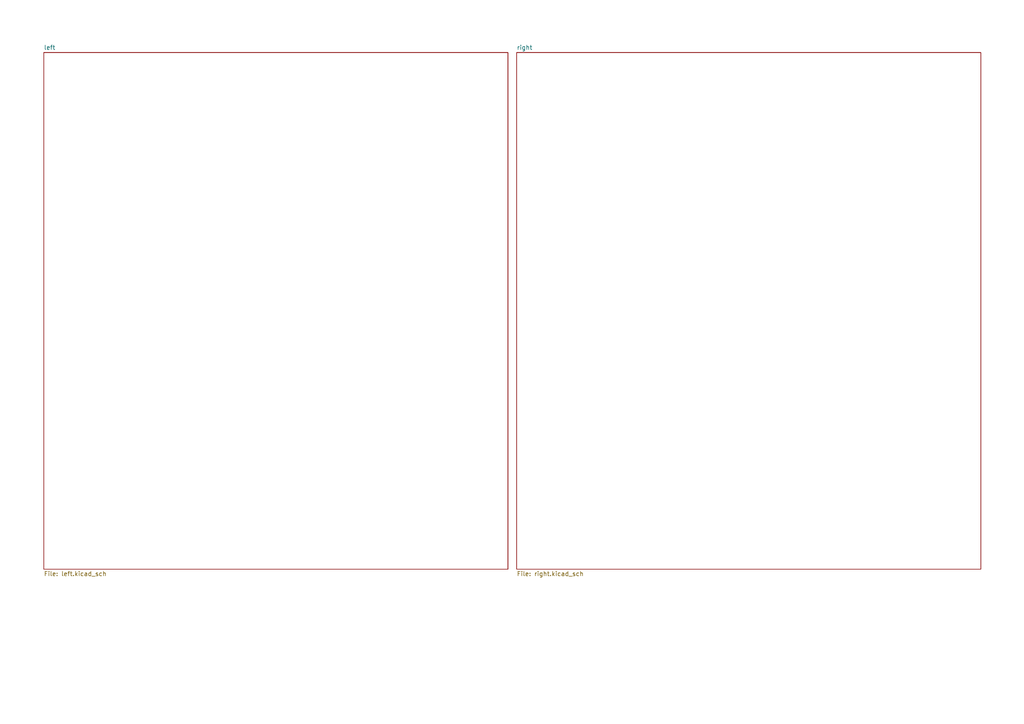
<source format=kicad_sch>
(kicad_sch (version 20211123) (generator eeschema)
  (paper "A4")
  (title_block (title "ThinKeys13") (rev "v0.2") (company "Modulo Industries"))
  (lib_symbols)
  (sheet (at 12.7 15.24) (size 134.62 149.86)
    (property "Sheet name" "left" (at 12.7 14.5284 0) (effects (justify left bottom)))
    (property "Sheet file" "left.kicad_sch" (at 12.7 165.6846 0) (effects (justify left top)))
  )
  (sheet (at 149.86 15.24) (size 134.62 149.86)
    (property "Sheet name" "right" (at 149.86 14.5284 0) (effects (justify left bottom)))
    (property "Sheet file" "right.kicad_sch" (at 149.86 165.6846 0) (effects (justify left top)))
  )
)
</source>
